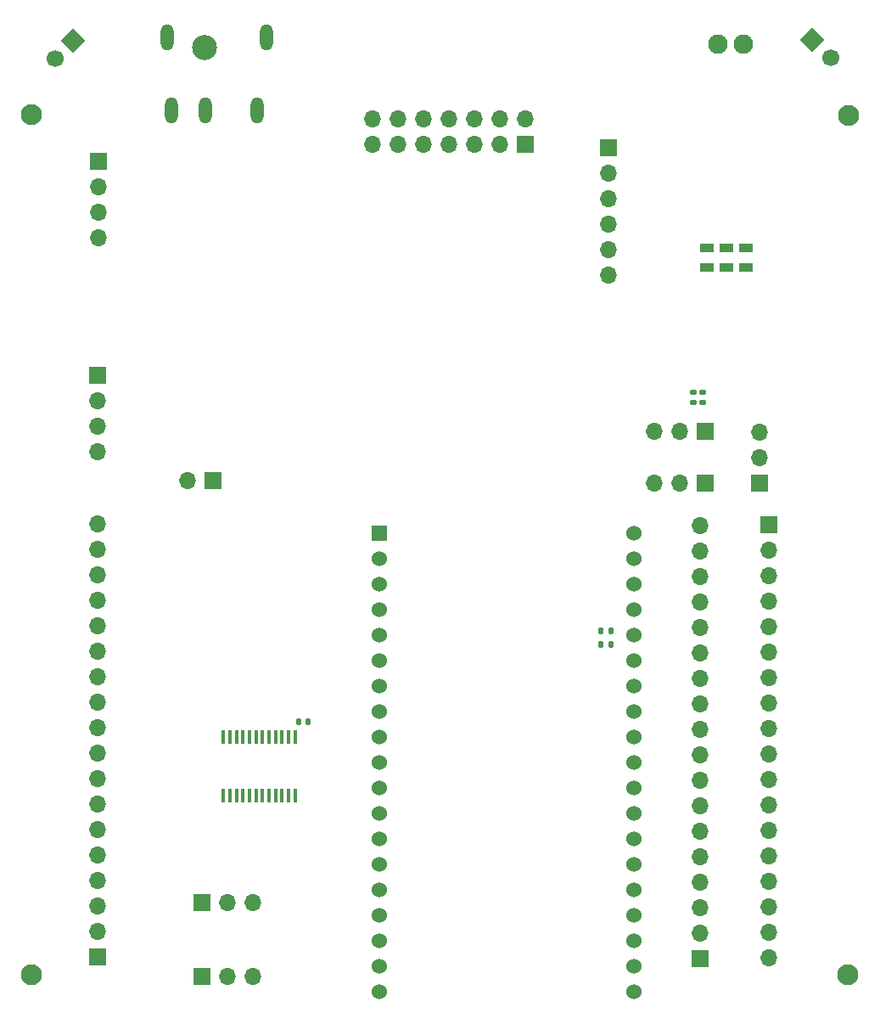
<source format=gbs>
%TF.GenerationSoftware,KiCad,Pcbnew,8.0.2*%
%TF.CreationDate,2024-05-28T09:54:11+02:00*%
%TF.ProjectId,esp_mini_open_brd,6573705f-6d69-46e6-995f-6f70656e5f62,rev?*%
%TF.SameCoordinates,Original*%
%TF.FileFunction,Soldermask,Bot*%
%TF.FilePolarity,Negative*%
%FSLAX46Y46*%
G04 Gerber Fmt 4.6, Leading zero omitted, Abs format (unit mm)*
G04 Created by KiCad (PCBNEW 8.0.2) date 2024-05-28 09:54:11*
%MOMM*%
%LPD*%
G01*
G04 APERTURE LIST*
G04 Aperture macros list*
%AMRoundRect*
0 Rectangle with rounded corners*
0 $1 Rounding radius*
0 $2 $3 $4 $5 $6 $7 $8 $9 X,Y pos of 4 corners*
0 Add a 4 corners polygon primitive as box body*
4,1,4,$2,$3,$4,$5,$6,$7,$8,$9,$2,$3,0*
0 Add four circle primitives for the rounded corners*
1,1,$1+$1,$2,$3*
1,1,$1+$1,$4,$5*
1,1,$1+$1,$6,$7*
1,1,$1+$1,$8,$9*
0 Add four rect primitives between the rounded corners*
20,1,$1+$1,$2,$3,$4,$5,0*
20,1,$1+$1,$4,$5,$6,$7,0*
20,1,$1+$1,$6,$7,$8,$9,0*
20,1,$1+$1,$8,$9,$2,$3,0*%
%AMHorizOval*
0 Thick line with rounded ends*
0 $1 width*
0 $2 $3 position (X,Y) of the first rounded end (center of the circle)*
0 $4 $5 position (X,Y) of the second rounded end (center of the circle)*
0 Add line between two ends*
20,1,$1,$2,$3,$4,$5,0*
0 Add two circle primitives to create the rounded ends*
1,1,$1,$2,$3*
1,1,$1,$4,$5*%
%AMRotRect*
0 Rectangle, with rotation*
0 The origin of the aperture is its center*
0 $1 length*
0 $2 width*
0 $3 Rotation angle, in degrees counterclockwise*
0 Add horizontal line*
21,1,$1,$2,0,0,$3*%
G04 Aperture macros list end*
%ADD10R,1.530000X1.530000*%
%ADD11C,1.530000*%
%ADD12C,2.500000*%
%ADD13O,1.308000X2.616000*%
%ADD14C,1.950000*%
%ADD15R,1.700000X1.700000*%
%ADD16O,1.700000X1.700000*%
%ADD17C,2.100000*%
%ADD18C,0.001000*%
%ADD19RoundRect,0.135000X-0.135000X-0.185000X0.135000X-0.185000X0.135000X0.185000X-0.135000X0.185000X0*%
%ADD20RoundRect,0.140000X0.140000X0.170000X-0.140000X0.170000X-0.140000X-0.170000X0.140000X-0.170000X0*%
%ADD21R,1.400000X0.950000*%
%ADD22RoundRect,0.135000X0.185000X-0.135000X0.185000X0.135000X-0.185000X0.135000X-0.185000X-0.135000X0*%
%ADD23R,0.450000X1.475000*%
%ADD24RotRect,1.700000X1.700000X135.000000*%
%ADD25HorizOval,1.700000X0.000000X0.000000X0.000000X0.000000X0*%
%ADD26HorizOval,1.700000X0.000000X0.000000X0.000000X0.000000X0*%
%ADD27RotRect,1.700000X1.700000X225.000000*%
G04 APERTURE END LIST*
D10*
X131678138Y-106313910D03*
D11*
X131678138Y-108853910D03*
X131678138Y-111393910D03*
X131678138Y-113933910D03*
X131678138Y-116473910D03*
X131678138Y-119013910D03*
X131678138Y-121553910D03*
X131678138Y-124093910D03*
X131678138Y-126633910D03*
X131678138Y-129173910D03*
X131678138Y-131713910D03*
X131678138Y-134253910D03*
X131678138Y-136793910D03*
X131678138Y-139333910D03*
X131678138Y-141873910D03*
X131678138Y-144413910D03*
X131678138Y-146953910D03*
X131678138Y-149493910D03*
X131678138Y-152033910D03*
X157078138Y-152033910D03*
X157078138Y-149493910D03*
X157078138Y-146953910D03*
X157078138Y-144413910D03*
X157078138Y-141873910D03*
X157078138Y-139333910D03*
X157078138Y-136793910D03*
X157078138Y-134253910D03*
X157078138Y-131713910D03*
X157078138Y-129173910D03*
X157078138Y-126633910D03*
X157078138Y-124093910D03*
X157078138Y-121553910D03*
X157078138Y-119013910D03*
X157078138Y-116473910D03*
X157078138Y-113933910D03*
X157078138Y-111393910D03*
X157078138Y-108853910D03*
X157078138Y-106313910D03*
D12*
X114250919Y-57826410D03*
D13*
X110950919Y-64126410D03*
X119550919Y-64126410D03*
X114350919Y-64126410D03*
X120450919Y-56826410D03*
X110550919Y-56826410D03*
D14*
X167997319Y-57513910D03*
X165457319Y-57513910D03*
D15*
X114005638Y-150513910D03*
D16*
X116545638Y-150513910D03*
X119085638Y-150513910D03*
D15*
X164205638Y-96113910D03*
D16*
X161665638Y-96113910D03*
X159125638Y-96113910D03*
D15*
X163705638Y-148713910D03*
D16*
X163705638Y-146173910D03*
X163705638Y-143633910D03*
X163705638Y-141093910D03*
X163705638Y-138553910D03*
X163705638Y-136013910D03*
X163705638Y-133473910D03*
X163705638Y-130933910D03*
X163705638Y-128393910D03*
X163705638Y-125853910D03*
X163705638Y-123313910D03*
X163705638Y-120773910D03*
X163705638Y-118233910D03*
X163705638Y-115693910D03*
X163705638Y-113153910D03*
X163705638Y-110613910D03*
X163705638Y-108073910D03*
X163705638Y-105533910D03*
D15*
X169605638Y-101313910D03*
D16*
X169605638Y-98773910D03*
X169605638Y-96233910D03*
D17*
X97005638Y-64513910D03*
D15*
X154605638Y-67893910D03*
D16*
X154605638Y-70433910D03*
X154605638Y-72973910D03*
X154605638Y-75513910D03*
X154605638Y-78053910D03*
X154605638Y-80593910D03*
D15*
X103705638Y-69193910D03*
D16*
X103705638Y-71733910D03*
X103705638Y-74273910D03*
X103705638Y-76813910D03*
D15*
X146255638Y-67538910D03*
D16*
X146255638Y-64998910D03*
X143715638Y-67538910D03*
X143715638Y-64998910D03*
X141175638Y-67538910D03*
X141175638Y-64998910D03*
X138635638Y-67538910D03*
X138635638Y-64998910D03*
X136095638Y-67538910D03*
X136095638Y-64998910D03*
X133555638Y-67538910D03*
X133555638Y-64998910D03*
X131015638Y-67538910D03*
X131015638Y-64998910D03*
D15*
X114005638Y-143113910D03*
D16*
X116545638Y-143113910D03*
X119085638Y-143113910D03*
D17*
X178405638Y-150313910D03*
D18*
X115785638Y-109238910D03*
X111975638Y-109238910D03*
D15*
X103605638Y-90573910D03*
D16*
X103605638Y-93113910D03*
X103605638Y-95653910D03*
X103605638Y-98193910D03*
D15*
X164205638Y-101313910D03*
D16*
X161665638Y-101313910D03*
X159125638Y-101313910D03*
D15*
X115155638Y-101063910D03*
D16*
X112615638Y-101063910D03*
D17*
X178505638Y-64613910D03*
D19*
X153795638Y-117413910D03*
X154815638Y-117413910D03*
D15*
X170605638Y-105473910D03*
D16*
X170605638Y-108013910D03*
X170605638Y-110553910D03*
X170605638Y-113093910D03*
X170605638Y-115633910D03*
X170605638Y-118173910D03*
X170605638Y-120713910D03*
X170605638Y-123253910D03*
X170605638Y-125793910D03*
X170605638Y-128333910D03*
X170605638Y-130873910D03*
X170605638Y-133413910D03*
X170605638Y-135953910D03*
X170605638Y-138493910D03*
X170605638Y-141033910D03*
X170605638Y-143573910D03*
X170605638Y-146113910D03*
X170605638Y-148653910D03*
D20*
X124585638Y-125088910D03*
X123625638Y-125088910D03*
D19*
X153795638Y-116013910D03*
X154815638Y-116013910D03*
D21*
X168251319Y-79763910D03*
X168251319Y-77863910D03*
X166320919Y-79763910D03*
X166320919Y-77863910D03*
X164415919Y-79763910D03*
X164415919Y-77863910D03*
D15*
X103605638Y-148533910D03*
D16*
X103605638Y-145993910D03*
X103605638Y-143453910D03*
X103605638Y-140913910D03*
X103605638Y-138373910D03*
X103605638Y-135833910D03*
X103605638Y-133293910D03*
X103605638Y-130753910D03*
X103605638Y-128213910D03*
X103605638Y-125673910D03*
X103605638Y-123133910D03*
X103605638Y-120593910D03*
X103605638Y-118053910D03*
X103605638Y-115513910D03*
X103605638Y-112973910D03*
X103605638Y-110433910D03*
X103605638Y-107893910D03*
X103605638Y-105353910D03*
D22*
X164005638Y-93223910D03*
X164005638Y-92203910D03*
D23*
X123305638Y-132451910D03*
X122655638Y-132451910D03*
X122005638Y-132451910D03*
X121355638Y-132451910D03*
X120705638Y-132451910D03*
X120055638Y-132451910D03*
X119405638Y-132451910D03*
X118755638Y-132451910D03*
X118105638Y-132451910D03*
X117455638Y-132451910D03*
X116805638Y-132451910D03*
X116155638Y-132451910D03*
X116155638Y-126575910D03*
X116805638Y-126575910D03*
X117455638Y-126575910D03*
X118105638Y-126575910D03*
X118755638Y-126575910D03*
X119405638Y-126575910D03*
X120055638Y-126575910D03*
X120705638Y-126575910D03*
X121355638Y-126575910D03*
X122005638Y-126575910D03*
X122655638Y-126575910D03*
X123305638Y-126575910D03*
D24*
X101157200Y-57162347D03*
D25*
X99361149Y-58958398D03*
D22*
X163005638Y-93223910D03*
X163005638Y-92203910D03*
D26*
X176726689Y-58884961D03*
D27*
X174930638Y-57088910D03*
D17*
X97005638Y-150313910D03*
M02*

</source>
